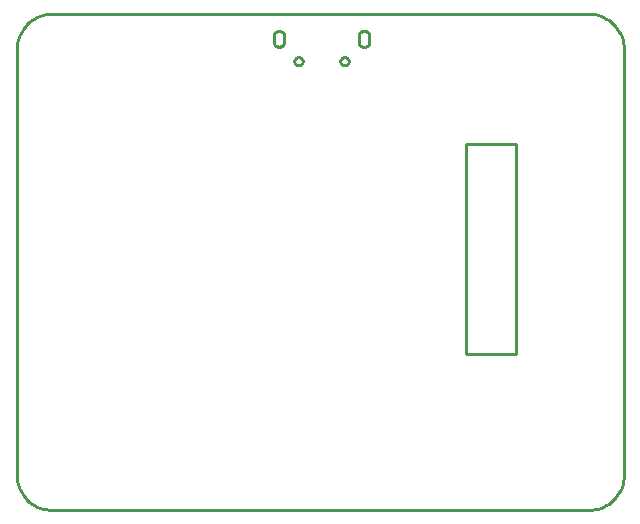
<source format=gbr>
G04 EAGLE Gerber RS-274X export*
G75*
%MOMM*%
%FSLAX34Y34*%
%LPD*%
%IN*%
%IPPOS*%
%AMOC8*
5,1,8,0,0,1.08239X$1,22.5*%
G01*
%ADD10C,0.254000*%


D10*
X2000Y30000D02*
X2114Y27385D01*
X2456Y24791D01*
X3022Y22235D01*
X3809Y19739D01*
X4811Y17321D01*
X6019Y15000D01*
X7425Y12793D01*
X9019Y10716D01*
X10787Y8787D01*
X12716Y7019D01*
X14793Y5425D01*
X17000Y4019D01*
X19321Y2811D01*
X21739Y1809D01*
X24235Y1022D01*
X26791Y456D01*
X29385Y114D01*
X32000Y0D01*
X486000Y0D01*
X488615Y114D01*
X491209Y456D01*
X493765Y1022D01*
X496261Y1809D01*
X498679Y2811D01*
X501000Y4019D01*
X503207Y5425D01*
X505284Y7019D01*
X507213Y8787D01*
X508981Y10716D01*
X510575Y12793D01*
X511981Y15000D01*
X513189Y17321D01*
X514191Y19739D01*
X514978Y22235D01*
X515544Y24791D01*
X515886Y27385D01*
X516000Y30000D01*
X516000Y390000D01*
X515886Y392615D01*
X515544Y395209D01*
X514978Y397765D01*
X514191Y400261D01*
X513189Y402679D01*
X511981Y405000D01*
X510575Y407207D01*
X508981Y409284D01*
X507213Y411213D01*
X505284Y412981D01*
X503207Y414575D01*
X501000Y415981D01*
X498679Y417189D01*
X496261Y418191D01*
X493765Y418978D01*
X491209Y419544D01*
X488615Y419886D01*
X486000Y420000D01*
X32000Y420000D01*
X29385Y419886D01*
X26791Y419544D01*
X24235Y418978D01*
X21739Y418191D01*
X19321Y417189D01*
X17000Y415981D01*
X14793Y414575D01*
X12716Y412981D01*
X10787Y411213D01*
X9019Y409284D01*
X7425Y407207D01*
X6019Y405000D01*
X4811Y402679D01*
X3809Y400261D01*
X3022Y397765D01*
X2456Y395209D01*
X2114Y392615D01*
X2000Y390000D01*
X2000Y30000D01*
X219500Y395920D02*
X219559Y395573D01*
X219648Y395233D01*
X219766Y394902D01*
X219912Y394582D01*
X220086Y394276D01*
X220286Y393987D01*
X220510Y393716D01*
X220757Y393466D01*
X221025Y393238D01*
X221312Y393034D01*
X221615Y392857D01*
X221933Y392706D01*
X222263Y392583D01*
X222602Y392490D01*
X222948Y392427D01*
X223298Y392394D01*
X223649Y392392D01*
X224000Y392420D01*
X224351Y392392D01*
X224702Y392394D01*
X225052Y392427D01*
X225398Y392490D01*
X225737Y392583D01*
X226067Y392706D01*
X226385Y392857D01*
X226688Y393034D01*
X226975Y393238D01*
X227243Y393466D01*
X227490Y393716D01*
X227714Y393987D01*
X227914Y394276D01*
X228088Y394582D01*
X228234Y394902D01*
X228352Y395233D01*
X228441Y395573D01*
X228500Y395920D01*
X228500Y401920D01*
X228441Y402267D01*
X228352Y402607D01*
X228234Y402938D01*
X228088Y403258D01*
X227914Y403564D01*
X227714Y403853D01*
X227490Y404124D01*
X227243Y404374D01*
X226975Y404602D01*
X226688Y404806D01*
X226385Y404983D01*
X226067Y405134D01*
X225737Y405257D01*
X225398Y405350D01*
X225052Y405413D01*
X224702Y405446D01*
X224351Y405448D01*
X224000Y405420D01*
X223649Y405448D01*
X223298Y405446D01*
X222948Y405413D01*
X222602Y405350D01*
X222263Y405257D01*
X221933Y405134D01*
X221615Y404983D01*
X221312Y404806D01*
X221025Y404602D01*
X220757Y404374D01*
X220510Y404124D01*
X220286Y403853D01*
X220086Y403564D01*
X219912Y403258D01*
X219766Y402938D01*
X219648Y402607D01*
X219559Y402267D01*
X219500Y401920D01*
X219500Y395920D01*
X291500Y395920D02*
X291513Y395615D01*
X291553Y395312D01*
X291619Y395014D01*
X291711Y394723D01*
X291828Y394441D01*
X291969Y394170D01*
X292133Y393912D01*
X292319Y393670D01*
X292525Y393445D01*
X292750Y393239D01*
X292992Y393053D01*
X293250Y392889D01*
X293521Y392748D01*
X293803Y392631D01*
X294094Y392539D01*
X294392Y392473D01*
X294695Y392433D01*
X295000Y392420D01*
X297000Y392420D01*
X297305Y392433D01*
X297608Y392473D01*
X297906Y392539D01*
X298197Y392631D01*
X298479Y392748D01*
X298750Y392889D01*
X299008Y393053D01*
X299250Y393239D01*
X299475Y393445D01*
X299681Y393670D01*
X299867Y393912D01*
X300031Y394170D01*
X300172Y394441D01*
X300289Y394723D01*
X300381Y395014D01*
X300447Y395312D01*
X300487Y395615D01*
X300500Y395920D01*
X300500Y401420D01*
X300508Y401748D01*
X300486Y402075D01*
X300437Y402399D01*
X300359Y402718D01*
X300254Y403028D01*
X300123Y403329D01*
X299965Y403616D01*
X299783Y403889D01*
X299578Y404145D01*
X299352Y404382D01*
X299106Y404598D01*
X298842Y404793D01*
X298561Y404963D01*
X298268Y405108D01*
X297962Y405228D01*
X297647Y405320D01*
X297326Y405384D01*
X297000Y405420D01*
X295000Y405420D01*
X294674Y405384D01*
X294353Y405320D01*
X294038Y405228D01*
X293733Y405108D01*
X293439Y404963D01*
X293159Y404793D01*
X292894Y404598D01*
X292648Y404382D01*
X292422Y404145D01*
X292217Y403889D01*
X292035Y403616D01*
X291877Y403329D01*
X291746Y403028D01*
X291641Y402718D01*
X291563Y402399D01*
X291514Y402075D01*
X291492Y401748D01*
X291500Y401420D01*
X291500Y395920D01*
X382370Y132000D02*
X425000Y132000D01*
X425000Y309890D01*
X382370Y309890D01*
X382370Y132000D01*
X276000Y380149D02*
X276060Y380604D01*
X276179Y381047D01*
X276354Y381471D01*
X276584Y381869D01*
X276863Y382233D01*
X277187Y382557D01*
X277551Y382836D01*
X277949Y383066D01*
X278373Y383241D01*
X278816Y383360D01*
X279271Y383420D01*
X279729Y383420D01*
X280184Y383360D01*
X280627Y383241D01*
X281051Y383066D01*
X281449Y382836D01*
X281813Y382557D01*
X282137Y382233D01*
X282416Y381869D01*
X282646Y381471D01*
X282821Y381047D01*
X282940Y380604D01*
X283000Y380149D01*
X283000Y379691D01*
X282940Y379236D01*
X282821Y378793D01*
X282646Y378369D01*
X282416Y377971D01*
X282137Y377607D01*
X281813Y377283D01*
X281449Y377004D01*
X281051Y376774D01*
X280627Y376599D01*
X280184Y376480D01*
X279729Y376420D01*
X279271Y376420D01*
X278816Y376480D01*
X278373Y376599D01*
X277949Y376774D01*
X277551Y377004D01*
X277187Y377283D01*
X276863Y377607D01*
X276584Y377971D01*
X276354Y378369D01*
X276179Y378793D01*
X276060Y379236D01*
X276000Y379691D01*
X276000Y380149D01*
X237000Y380149D02*
X237060Y380604D01*
X237179Y381047D01*
X237354Y381471D01*
X237584Y381869D01*
X237863Y382233D01*
X238187Y382557D01*
X238551Y382836D01*
X238949Y383066D01*
X239373Y383241D01*
X239816Y383360D01*
X240271Y383420D01*
X240729Y383420D01*
X241184Y383360D01*
X241627Y383241D01*
X242051Y383066D01*
X242449Y382836D01*
X242813Y382557D01*
X243137Y382233D01*
X243416Y381869D01*
X243646Y381471D01*
X243821Y381047D01*
X243940Y380604D01*
X244000Y380149D01*
X244000Y379691D01*
X243940Y379236D01*
X243821Y378793D01*
X243646Y378369D01*
X243416Y377971D01*
X243137Y377607D01*
X242813Y377283D01*
X242449Y377004D01*
X242051Y376774D01*
X241627Y376599D01*
X241184Y376480D01*
X240729Y376420D01*
X240271Y376420D01*
X239816Y376480D01*
X239373Y376599D01*
X238949Y376774D01*
X238551Y377004D01*
X238187Y377283D01*
X237863Y377607D01*
X237584Y377971D01*
X237354Y378369D01*
X237179Y378793D01*
X237060Y379236D01*
X237000Y379691D01*
X237000Y380149D01*
M02*

</source>
